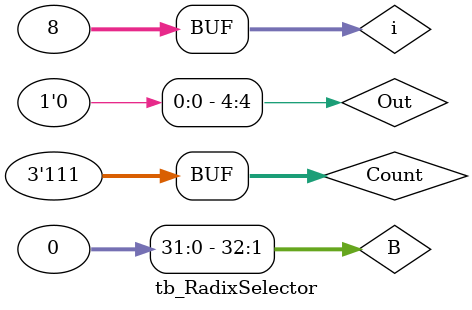
<source format=v>
`timescale 1ns/1ns

module RadixSelector(Count, B, Sign, Out);

input [2:0] Count;
input [32:0] B;
output Sign;
output [3:0] Out;

wire [4:0] Radix;

Mux8to1_5bit MUX(.I0(B[4:0]), .I1(B[8:4]), .I2(B[12:8]), .I3(B[16:12]), .I4(B[20:16]), .I5(B[24:20]), .I6(B[28:24]), .I7(B[32:28]), .Sel(Count), .Out(Radix));
RadixLookUpTable LUT(.Radix(Radix), .Sign(Sign), .Out(Out));

endmodule



module tb_RadixSelector();

reg [2:0] Count;
reg [32:0] B;
wire [4:0] Out;

RadixSelector RS(.Count(Count), .B(B), .Out(Out));

integer i;
initial begin
	B = $urandom;
	for(i = 0; i < 8; i = i + 1) begin
		Count = i;
		#100;

		
	end
end
endmodule


</source>
